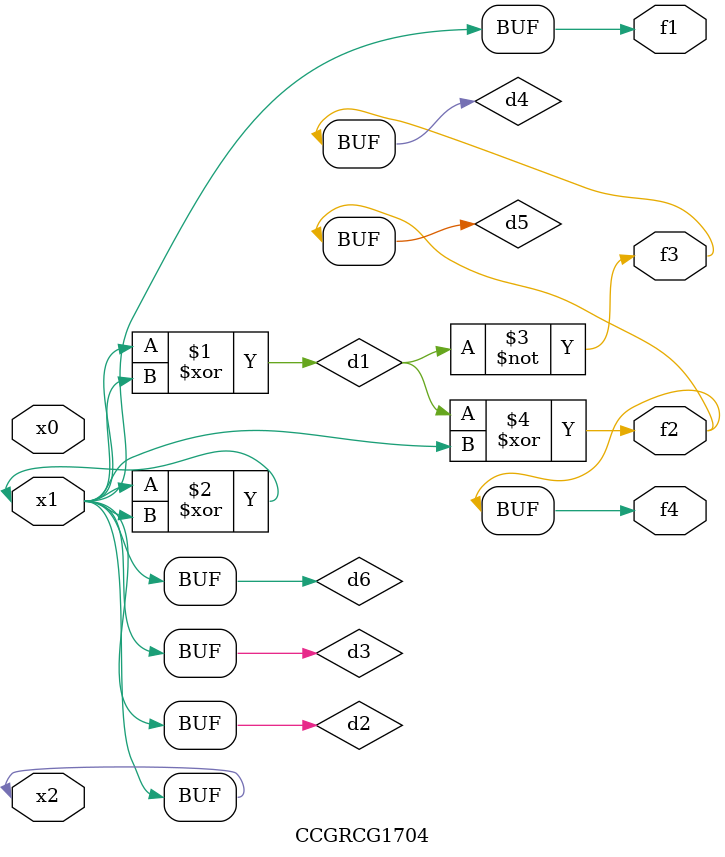
<source format=v>
module CCGRCG1704(
	input x0, x1, x2,
	output f1, f2, f3, f4
);

	wire d1, d2, d3, d4, d5, d6;

	xor (d1, x1, x2);
	buf (d2, x1, x2);
	xor (d3, x1, x2);
	nor (d4, d1);
	xor (d5, d1, d2);
	buf (d6, d2, d3);
	assign f1 = d6;
	assign f2 = d5;
	assign f3 = d4;
	assign f4 = d5;
endmodule

</source>
